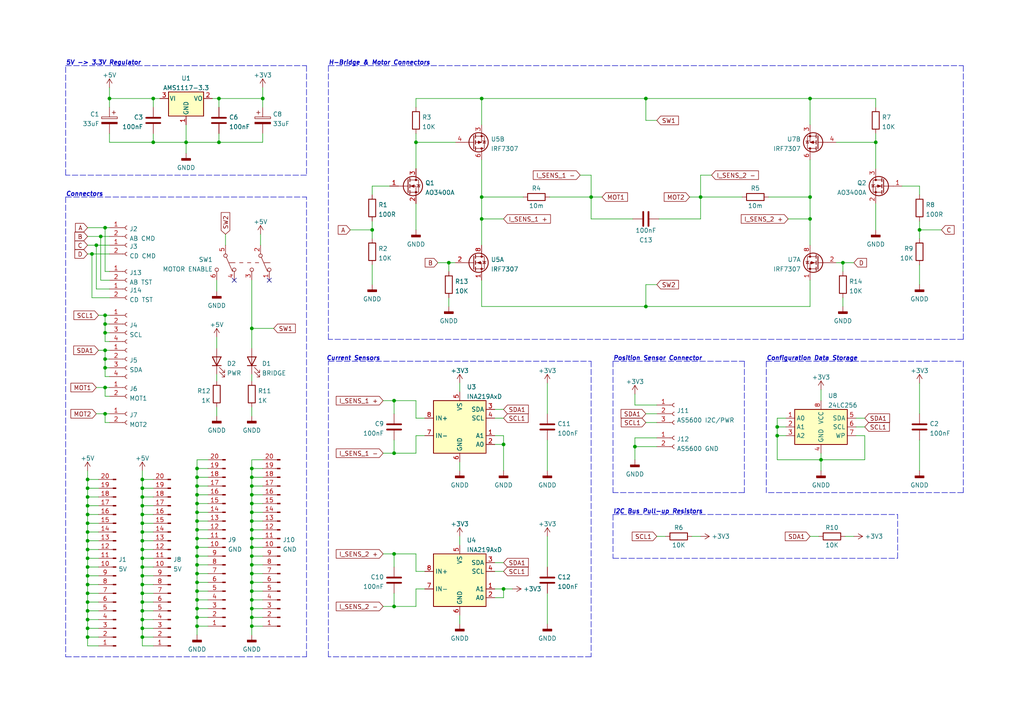
<source format=kicad_sch>
(kicad_sch (version 20211123) (generator eeschema)
  (paper "A4")
  (title_block (title "Smart Servo Control Board") (date "2023-12-09") (rev "1") (company "Phil's Robotics"))
  (junction (at 30.48 120.015))
  (junction (at 41.275 154.305))
  (junction (at 73.025 156.21))
  (junction (at 107.95 66.675))
  (junction (at 25.4 174.625))
  (junction (at 25.4 151.765))
  (junction (at 41.275 144.145))
  (junction (at 63.5 28.575))
  (junction (at 73.025 171.45))
  (junction (at 73.025 163.83))
  (junction (at 57.15 146.05))
  (junction (at 146.05 170.815))
  (junction (at 63.5 41.275))
  (junction (at 73.025 158.75))
  (junction (at 25.4 167.005))
  (junction (at 31.75 28.575))
  (junction (at 25.4 177.165))
  (junction (at 171.45 57.15))
  (junction (at 57.15 176.53))
  (junction (at 41.275 169.545))
  (junction (at 30.48 112.395))
  (junction (at 41.275 141.605))
  (junction (at 73.025 140.97))
  (junction (at 30.48 91.44))
  (junction (at 234.95 28.575))
  (junction (at 30.48 101.6))
  (junction (at 73.025 166.37))
  (junction (at 41.275 146.685))
  (junction (at 53.975 41.275))
  (junction (at 25.4 149.225))
  (junction (at 184.15 129.54))
  (junction (at 44.45 28.575))
  (junction (at 41.275 139.065))
  (junction (at 225.425 126.365))
  (junction (at 57.15 143.51))
  (junction (at 187.325 28.575))
  (junction (at 25.4 161.925))
  (junction (at 73.025 148.59))
  (junction (at 25.4 169.545))
  (junction (at 57.15 179.07))
  (junction (at 30.48 66.04))
  (junction (at 114.3 116.205))
  (junction (at 57.15 138.43))
  (junction (at 41.275 164.465))
  (junction (at 73.025 146.05))
  (junction (at 29.21 68.58))
  (junction (at 225.425 123.825))
  (junction (at 30.48 93.98))
  (junction (at 41.275 182.245))
  (junction (at 41.275 151.765))
  (junction (at 114.3 175.895))
  (junction (at 238.125 133.35))
  (junction (at 41.275 184.785))
  (junction (at 25.4 182.245))
  (junction (at 57.15 166.37))
  (junction (at 25.4 154.305))
  (junction (at 30.48 106.68))
  (junction (at 25.4 159.385))
  (junction (at 73.025 95.25))
  (junction (at 266.7 66.675))
  (junction (at 139.7 28.575))
  (junction (at 73.025 173.99))
  (junction (at 25.4 172.085))
  (junction (at 41.275 159.385))
  (junction (at 25.4 184.785))
  (junction (at 146.05 128.905))
  (junction (at 57.15 181.61))
  (junction (at 41.275 149.225))
  (junction (at 41.275 174.625))
  (junction (at 25.4 139.065))
  (junction (at 234.95 57.15))
  (junction (at 73.025 135.89))
  (junction (at 203.2 57.15))
  (junction (at 57.15 163.83))
  (junction (at 57.15 135.89))
  (junction (at 25.4 141.605))
  (junction (at 41.275 161.925))
  (junction (at 44.45 41.275))
  (junction (at 57.15 168.91))
  (junction (at 27.94 71.12))
  (junction (at 41.275 172.085))
  (junction (at 25.4 146.685))
  (junction (at 30.48 96.52))
  (junction (at 26.67 73.66))
  (junction (at 76.2 28.575))
  (junction (at 73.025 179.07))
  (junction (at 114.3 131.445))
  (junction (at 57.15 151.13))
  (junction (at 130.175 76.2))
  (junction (at 25.4 179.705))
  (junction (at 187.325 88.9))
  (junction (at 234.95 63.5))
  (junction (at 30.48 104.14))
  (junction (at 244.475 76.2))
  (junction (at 25.4 164.465))
  (junction (at 73.025 138.43))
  (junction (at 57.15 161.29))
  (junction (at 139.7 57.15))
  (junction (at 120.65 41.275))
  (junction (at 57.15 171.45))
  (junction (at 57.15 173.99))
  (junction (at 114.3 160.655))
  (junction (at 57.15 156.21))
  (junction (at 57.15 153.67))
  (junction (at 139.7 63.5))
  (junction (at 41.275 167.005))
  (junction (at 73.025 143.51))
  (junction (at 57.15 158.75))
  (junction (at 73.025 168.91))
  (junction (at 73.025 181.61))
  (junction (at 73.025 176.53))
  (junction (at 254 41.275))
  (junction (at 41.275 156.845))
  (junction (at 41.275 177.165))
  (junction (at 57.15 148.59))
  (junction (at 57.15 140.97))
  (junction (at 41.275 179.705))
  (junction (at 73.025 151.13))
  (junction (at 73.025 161.29))
  (junction (at 25.4 156.845))
  (junction (at 73.025 153.67))
  (junction (at 25.4 144.145))
  (no_connect (at 67.945 81.28))
  (no_connect (at 78.105 81.28))
  (wire (pts (xy 30.48 66.04) (xy 30.48 78.74)))
  (wire (pts (xy 187.325 88.9) (xy 234.95 88.9)))
  (wire (pts (xy 62.865 81.28) (xy 62.865 84.455)))
  (wire (pts (xy 25.4 172.085) (xy 28.575 172.085)))
  (wire (pts (xy 25.4 177.165) (xy 25.4 179.705)))
  (wire (pts (xy 111.125 175.895) (xy 114.3 175.895)))
  (wire (pts (xy 25.4 167.005) (xy 25.4 169.545)))
  (wire (pts (xy 73.025 166.37) (xy 73.025 168.91)))
  (wire (pts (xy 158.75 172.085) (xy 158.75 180.975)))
  (wire (pts (xy 25.4 174.625) (xy 28.575 174.625)))
  (wire (pts (xy 133.35 111.125) (xy 133.35 113.665)))
  (wire (pts (xy 73.025 135.89) (xy 73.025 138.43)))
  (wire (pts (xy 41.275 184.785) (xy 44.45 184.785)))
  (wire (pts (xy 25.4 179.705) (xy 25.4 182.245)))
  (polyline (pts (xy 95.25 19.05) (xy 95.25 98.425)))
  (wire (pts (xy 57.15 173.99) (xy 60.325 173.99)))
  (wire (pts (xy 53.975 41.275) (xy 53.975 36.195)))
  (wire (pts (xy 143.51 170.815) (xy 146.05 170.815)))
  (wire (pts (xy 25.4 154.305) (xy 25.4 151.765)))
  (wire (pts (xy 73.025 171.45) (xy 73.025 173.99)))
  (wire (pts (xy 57.15 158.75) (xy 57.15 161.29)))
  (wire (pts (xy 225.425 126.365) (xy 225.425 133.35)))
  (wire (pts (xy 41.275 161.925) (xy 41.275 164.465)))
  (wire (pts (xy 28.575 101.6) (xy 30.48 101.6)))
  (wire (pts (xy 57.15 158.75) (xy 60.325 158.75)))
  (wire (pts (xy 143.51 128.905) (xy 146.05 128.905)))
  (wire (pts (xy 41.275 159.385) (xy 44.45 159.385)))
  (wire (pts (xy 41.275 167.005) (xy 44.45 167.005)))
  (wire (pts (xy 28.575 141.605) (xy 25.4 141.605)))
  (wire (pts (xy 25.4 177.165) (xy 28.575 177.165)))
  (wire (pts (xy 73.025 176.53) (xy 76.2 176.53)))
  (wire (pts (xy 25.4 164.465) (xy 25.4 167.005)))
  (wire (pts (xy 114.3 116.205) (xy 120.65 116.205)))
  (wire (pts (xy 73.025 173.99) (xy 73.025 176.53)))
  (wire (pts (xy 133.35 155.575) (xy 133.35 158.115)))
  (wire (pts (xy 41.275 169.545) (xy 41.275 172.085)))
  (wire (pts (xy 62.865 97.79) (xy 62.865 100.965)))
  (wire (pts (xy 76.2 31.115) (xy 76.2 28.575)))
  (wire (pts (xy 63.5 41.275) (xy 76.2 41.275)))
  (wire (pts (xy 25.4 68.58) (xy 29.21 68.58)))
  (wire (pts (xy 114.3 160.655) (xy 114.3 164.465)))
  (wire (pts (xy 41.275 154.305) (xy 41.275 156.845)))
  (wire (pts (xy 120.65 41.275) (xy 132.08 41.275)))
  (polyline (pts (xy 215.9 104.775) (xy 215.9 142.875)))
  (wire (pts (xy 73.025 163.83) (xy 73.025 166.37)))
  (wire (pts (xy 120.65 28.575) (xy 139.7 28.575)))
  (wire (pts (xy 187.325 28.575) (xy 234.95 28.575)))
  (wire (pts (xy 30.48 106.68) (xy 30.48 109.22)))
  (wire (pts (xy 41.275 141.605) (xy 41.275 144.145)))
  (wire (pts (xy 111.125 116.205) (xy 114.3 116.205)))
  (wire (pts (xy 41.275 136.525) (xy 41.275 139.065)))
  (wire (pts (xy 41.275 154.305) (xy 44.45 154.305)))
  (wire (pts (xy 73.025 108.585) (xy 73.025 110.49)))
  (wire (pts (xy 29.21 68.58) (xy 31.75 68.58)))
  (wire (pts (xy 238.125 131.445) (xy 238.125 133.35)))
  (wire (pts (xy 57.15 176.53) (xy 57.15 179.07)))
  (wire (pts (xy 25.4 141.605) (xy 25.4 139.065)))
  (wire (pts (xy 184.15 114.3) (xy 184.15 117.475)))
  (wire (pts (xy 27.94 112.395) (xy 30.48 112.395)))
  (wire (pts (xy 41.275 177.165) (xy 44.45 177.165)))
  (wire (pts (xy 225.425 126.365) (xy 227.965 126.365)))
  (wire (pts (xy 130.175 76.2) (xy 132.08 76.2)))
  (wire (pts (xy 41.275 156.845) (xy 41.275 159.385)))
  (wire (pts (xy 41.275 187.325) (xy 44.45 187.325)))
  (wire (pts (xy 171.45 57.15) (xy 174.625 57.15)))
  (wire (pts (xy 184.15 117.475) (xy 190.5 117.475)))
  (wire (pts (xy 111.125 160.655) (xy 114.3 160.655)))
  (wire (pts (xy 25.4 184.785) (xy 25.4 187.325)))
  (wire (pts (xy 28.575 159.385) (xy 25.4 159.385)))
  (wire (pts (xy 191.135 63.5) (xy 203.2 63.5)))
  (wire (pts (xy 73.025 143.51) (xy 76.2 143.51)))
  (wire (pts (xy 31.75 28.575) (xy 44.45 28.575)))
  (wire (pts (xy 114.3 172.085) (xy 114.3 175.895)))
  (wire (pts (xy 73.025 179.07) (xy 73.025 181.61)))
  (wire (pts (xy 27.94 83.82) (xy 27.94 71.12)))
  (wire (pts (xy 133.35 133.985) (xy 133.35 136.525)))
  (wire (pts (xy 130.175 76.2) (xy 130.175 78.74)))
  (wire (pts (xy 168.275 50.8) (xy 171.45 50.8)))
  (wire (pts (xy 73.025 140.97) (xy 73.025 143.51)))
  (wire (pts (xy 158.75 111.125) (xy 158.75 120.015)))
  (wire (pts (xy 57.15 168.91) (xy 60.325 168.91)))
  (wire (pts (xy 25.4 161.925) (xy 28.575 161.925)))
  (wire (pts (xy 234.95 63.5) (xy 234.95 71.12)))
  (wire (pts (xy 200.025 57.15) (xy 203.2 57.15)))
  (wire (pts (xy 266.7 64.135) (xy 266.7 66.675)))
  (wire (pts (xy 41.275 184.785) (xy 41.275 187.325)))
  (wire (pts (xy 73.025 161.29) (xy 76.2 161.29)))
  (wire (pts (xy 183.515 63.5) (xy 171.45 63.5)))
  (wire (pts (xy 190.5 82.55) (xy 187.325 82.55)))
  (wire (pts (xy 73.025 168.91) (xy 76.2 168.91)))
  (wire (pts (xy 57.15 133.35) (xy 57.15 135.89)))
  (wire (pts (xy 44.45 28.575) (xy 46.355 28.575)))
  (wire (pts (xy 28.575 144.145) (xy 25.4 144.145)))
  (wire (pts (xy 107.95 53.975) (xy 113.03 53.975)))
  (wire (pts (xy 44.45 38.735) (xy 44.45 41.275)))
  (wire (pts (xy 190.5 34.925) (xy 187.325 34.925)))
  (wire (pts (xy 200.66 155.575) (xy 203.2 155.575)))
  (polyline (pts (xy 95.25 104.775) (xy 171.45 104.775)))
  (wire (pts (xy 25.4 141.605) (xy 25.4 144.145)))
  (wire (pts (xy 225.425 123.825) (xy 227.965 123.825)))
  (wire (pts (xy 184.15 129.54) (xy 190.5 129.54)))
  (wire (pts (xy 41.275 146.685) (xy 44.45 146.685)))
  (wire (pts (xy 57.15 140.97) (xy 57.15 143.51)))
  (wire (pts (xy 244.475 76.2) (xy 247.65 76.2)))
  (wire (pts (xy 57.15 156.21) (xy 57.15 158.75)))
  (wire (pts (xy 228.6 63.5) (xy 234.95 63.5)))
  (wire (pts (xy 41.275 182.245) (xy 44.45 182.245)))
  (wire (pts (xy 139.7 63.5) (xy 139.7 57.15)))
  (wire (pts (xy 139.7 88.9) (xy 187.325 88.9)))
  (wire (pts (xy 25.4 161.925) (xy 25.4 164.465)))
  (wire (pts (xy 28.575 91.44) (xy 30.48 91.44)))
  (wire (pts (xy 187.325 120.015) (xy 190.5 120.015)))
  (wire (pts (xy 57.15 156.21) (xy 60.325 156.21)))
  (wire (pts (xy 29.21 81.28) (xy 29.21 68.58)))
  (wire (pts (xy 57.15 179.07) (xy 60.325 179.07)))
  (wire (pts (xy 266.7 111.125) (xy 266.7 120.015)))
  (wire (pts (xy 254 59.055) (xy 254 66.675)))
  (wire (pts (xy 44.45 41.275) (xy 53.975 41.275)))
  (wire (pts (xy 234.95 155.575) (xy 237.49 155.575)))
  (wire (pts (xy 30.48 93.98) (xy 31.75 93.98)))
  (wire (pts (xy 73.025 156.21) (xy 73.025 158.75)))
  (wire (pts (xy 120.65 116.205) (xy 120.65 121.285)))
  (wire (pts (xy 266.7 76.835) (xy 266.7 82.55)))
  (wire (pts (xy 41.275 141.605) (xy 44.45 141.605)))
  (wire (pts (xy 203.2 57.15) (xy 203.2 63.5)))
  (wire (pts (xy 73.025 158.75) (xy 76.2 158.75)))
  (wire (pts (xy 266.7 66.675) (xy 266.7 69.215)))
  (wire (pts (xy 234.95 28.575) (xy 254 28.575)))
  (wire (pts (xy 73.025 118.11) (xy 73.025 120.65)))
  (wire (pts (xy 30.48 93.98) (xy 30.48 91.44)))
  (wire (pts (xy 41.275 159.385) (xy 41.275 161.925)))
  (wire (pts (xy 62.865 118.11) (xy 62.865 120.65)))
  (wire (pts (xy 76.2 38.735) (xy 76.2 41.275)))
  (wire (pts (xy 146.05 170.815) (xy 148.59 170.815)))
  (wire (pts (xy 73.025 81.28) (xy 73.025 95.25)))
  (wire (pts (xy 245.11 155.575) (xy 247.65 155.575)))
  (wire (pts (xy 41.275 172.085) (xy 44.45 172.085)))
  (wire (pts (xy 143.51 126.365) (xy 146.05 126.365)))
  (wire (pts (xy 31.75 41.275) (xy 44.45 41.275)))
  (wire (pts (xy 73.025 171.45) (xy 76.2 171.45)))
  (wire (pts (xy 30.48 91.44) (xy 31.75 91.44)))
  (wire (pts (xy 30.48 99.06) (xy 30.48 96.52)))
  (wire (pts (xy 73.025 138.43) (xy 76.2 138.43)))
  (wire (pts (xy 120.65 59.055) (xy 120.65 66.675)))
  (wire (pts (xy 41.275 167.005) (xy 41.275 169.545)))
  (wire (pts (xy 25.4 182.245) (xy 25.4 184.785)))
  (wire (pts (xy 73.025 135.89) (xy 76.2 135.89)))
  (wire (pts (xy 261.62 53.975) (xy 266.7 53.975)))
  (wire (pts (xy 31.75 99.06) (xy 30.48 99.06)))
  (wire (pts (xy 41.275 179.705) (xy 44.45 179.705)))
  (wire (pts (xy 73.025 168.91) (xy 73.025 171.45)))
  (wire (pts (xy 63.5 38.735) (xy 63.5 41.275)))
  (wire (pts (xy 244.475 76.2) (xy 244.475 78.74)))
  (polyline (pts (xy 171.45 104.775) (xy 171.45 190.5)))
  (wire (pts (xy 242.57 76.2) (xy 244.475 76.2)))
  (wire (pts (xy 143.51 165.735) (xy 146.05 165.735)))
  (wire (pts (xy 73.025 153.67) (xy 76.2 153.67)))
  (polyline (pts (xy 279.4 142.875) (xy 222.25 142.875)))
  (wire (pts (xy 120.65 126.365) (xy 123.19 126.365)))
  (wire (pts (xy 143.51 173.355) (xy 146.05 173.355)))
  (wire (pts (xy 114.3 116.205) (xy 114.3 120.015)))
  (wire (pts (xy 31.75 109.22) (xy 30.48 109.22)))
  (polyline (pts (xy 177.8 149.225) (xy 260.35 149.225)))
  (polyline (pts (xy 177.8 149.225) (xy 177.8 161.925)))
  (wire (pts (xy 41.275 177.165) (xy 41.275 179.705)))
  (wire (pts (xy 44.45 169.545) (xy 41.275 169.545)))
  (wire (pts (xy 234.95 81.28) (xy 234.95 88.9)))
  (wire (pts (xy 41.275 149.225) (xy 44.45 149.225)))
  (wire (pts (xy 254 28.575) (xy 254 31.115)))
  (wire (pts (xy 25.4 66.04) (xy 30.48 66.04)))
  (wire (pts (xy 30.48 114.935) (xy 30.48 112.395)))
  (wire (pts (xy 225.425 133.35) (xy 238.125 133.35)))
  (wire (pts (xy 76.2 163.83) (xy 73.025 163.83)))
  (wire (pts (xy 41.275 151.765) (xy 44.45 151.765)))
  (wire (pts (xy 57.15 179.07) (xy 57.15 181.61)))
  (wire (pts (xy 41.275 174.625) (xy 41.275 177.165)))
  (wire (pts (xy 73.025 95.25) (xy 73.025 100.965)))
  (wire (pts (xy 25.4 139.065) (xy 25.4 136.525)))
  (wire (pts (xy 25.4 73.66) (xy 26.67 73.66)))
  (wire (pts (xy 57.15 181.61) (xy 57.15 184.15)))
  (wire (pts (xy 114.3 131.445) (xy 120.65 131.445)))
  (wire (pts (xy 73.025 148.59) (xy 73.025 151.13)))
  (wire (pts (xy 28.575 146.685) (xy 25.4 146.685)))
  (wire (pts (xy 139.7 57.15) (xy 151.765 57.15)))
  (wire (pts (xy 31.75 83.82) (xy 27.94 83.82)))
  (wire (pts (xy 31.75 96.52) (xy 30.48 96.52)))
  (wire (pts (xy 120.65 160.655) (xy 120.65 165.735)))
  (wire (pts (xy 31.75 25.4) (xy 31.75 28.575)))
  (wire (pts (xy 130.175 86.36) (xy 130.175 88.9)))
  (polyline (pts (xy 19.05 57.15) (xy 19.05 190.5)))
  (wire (pts (xy 41.275 172.085) (xy 41.275 174.625)))
  (wire (pts (xy 120.65 165.735) (xy 123.19 165.735)))
  (wire (pts (xy 57.15 171.45) (xy 60.325 171.45)))
  (wire (pts (xy 73.025 143.51) (xy 73.025 146.05)))
  (wire (pts (xy 28.575 154.305) (xy 25.4 154.305)))
  (wire (pts (xy 120.65 121.285) (xy 123.19 121.285)))
  (wire (pts (xy 73.025 138.43) (xy 73.025 140.97)))
  (wire (pts (xy 203.2 50.8) (xy 203.2 57.15)))
  (wire (pts (xy 158.75 127.635) (xy 158.75 136.525)))
  (wire (pts (xy 27.94 120.015) (xy 30.48 120.015)))
  (wire (pts (xy 111.125 131.445) (xy 114.3 131.445)))
  (polyline (pts (xy 88.9 50.8) (xy 19.05 50.8)))
  (wire (pts (xy 57.15 173.99) (xy 57.15 176.53)))
  (wire (pts (xy 57.15 161.29) (xy 57.15 163.83)))
  (wire (pts (xy 73.025 156.21) (xy 76.2 156.21)))
  (wire (pts (xy 25.4 146.685) (xy 25.4 149.225)))
  (wire (pts (xy 143.51 163.195) (xy 146.05 163.195)))
  (wire (pts (xy 57.15 176.53) (xy 60.325 176.53)))
  (wire (pts (xy 143.51 118.745) (xy 146.05 118.745)))
  (polyline (pts (xy 177.8 104.775) (xy 177.8 142.875)))
  (wire (pts (xy 41.275 149.225) (xy 41.275 151.765)))
  (wire (pts (xy 25.4 146.685) (xy 25.4 144.145)))
  (wire (pts (xy 250.825 126.365) (xy 250.825 133.35)))
  (wire (pts (xy 225.425 123.825) (xy 225.425 126.365)))
  (wire (pts (xy 73.025 151.13) (xy 76.2 151.13)))
  (polyline (pts (xy 19.05 190.5) (xy 88.9 190.5)))
  (wire (pts (xy 31.75 81.28) (xy 29.21 81.28)))
  (wire (pts (xy 107.95 56.515) (xy 107.95 53.975)))
  (polyline (pts (xy 88.9 19.05) (xy 88.9 50.8)))
  (wire (pts (xy 187.325 82.55) (xy 187.325 88.9)))
  (wire (pts (xy 120.65 41.275) (xy 120.65 48.895)))
  (wire (pts (xy 273.05 66.675) (xy 266.7 66.675)))
  (wire (pts (xy 139.7 81.28) (xy 139.7 88.9)))
  (wire (pts (xy 120.65 31.115) (xy 120.65 28.575)))
  (polyline (pts (xy 95.25 19.05) (xy 279.4 19.05)))
  (wire (pts (xy 25.4 182.245) (xy 28.575 182.245)))
  (wire (pts (xy 30.48 66.04) (xy 31.75 66.04)))
  (wire (pts (xy 114.3 160.655) (xy 120.65 160.655)))
  (wire (pts (xy 234.95 46.355) (xy 234.95 57.15)))
  (wire (pts (xy 63.5 28.575) (xy 76.2 28.575)))
  (wire (pts (xy 30.48 96.52) (xy 30.48 93.98)))
  (wire (pts (xy 57.15 153.67) (xy 57.15 156.21)))
  (wire (pts (xy 30.48 122.555) (xy 30.48 120.015)))
  (wire (pts (xy 31.75 31.115) (xy 31.75 28.575)))
  (wire (pts (xy 41.275 156.845) (xy 44.45 156.845)))
  (wire (pts (xy 31.75 38.735) (xy 31.75 41.275)))
  (wire (pts (xy 107.95 66.675) (xy 107.95 69.215)))
  (polyline (pts (xy 279.4 104.775) (xy 279.4 142.875)))
  (wire (pts (xy 65.405 67.945) (xy 65.405 71.12)))
  (wire (pts (xy 31.75 122.555) (xy 30.48 122.555)))
  (wire (pts (xy 57.15 143.51) (xy 57.15 146.05)))
  (wire (pts (xy 41.275 182.245) (xy 41.275 184.785)))
  (wire (pts (xy 57.15 133.35) (xy 60.325 133.35)))
  (wire (pts (xy 25.4 159.385) (xy 25.4 161.925)))
  (wire (pts (xy 26.67 73.66) (xy 31.75 73.66)))
  (wire (pts (xy 248.285 123.825) (xy 250.825 123.825)))
  (polyline (pts (xy 222.25 104.775) (xy 279.4 104.775)))
  (wire (pts (xy 57.15 148.59) (xy 57.15 151.13)))
  (wire (pts (xy 31.75 86.36) (xy 26.67 86.36)))
  (wire (pts (xy 30.48 104.14) (xy 30.48 101.6)))
  (wire (pts (xy 73.025 133.35) (xy 73.025 135.89)))
  (wire (pts (xy 28.575 139.065) (xy 25.4 139.065)))
  (wire (pts (xy 120.65 38.735) (xy 120.65 41.275)))
  (wire (pts (xy 57.15 135.89) (xy 60.325 135.89)))
  (wire (pts (xy 63.5 31.115) (xy 63.5 28.575)))
  (wire (pts (xy 27.94 71.12) (xy 31.75 71.12)))
  (wire (pts (xy 73.025 181.61) (xy 76.2 181.61)))
  (wire (pts (xy 139.7 28.575) (xy 187.325 28.575)))
  (wire (pts (xy 248.285 126.365) (xy 250.825 126.365)))
  (wire (pts (xy 146.05 173.355) (xy 146.05 170.815)))
  (wire (pts (xy 25.4 167.005) (xy 28.575 167.005)))
  (polyline (pts (xy 177.8 161.925) (xy 260.35 161.925)))
  (wire (pts (xy 73.025 176.53) (xy 73.025 179.07)))
  (wire (pts (xy 238.125 133.35) (xy 238.125 136.525)))
  (wire (pts (xy 57.15 135.89) (xy 57.15 138.43)))
  (wire (pts (xy 139.7 63.5) (xy 139.7 71.12)))
  (wire (pts (xy 31.75 78.74) (xy 30.48 78.74)))
  (wire (pts (xy 41.275 144.145) (xy 41.275 146.685)))
  (wire (pts (xy 30.48 120.015) (xy 31.75 120.015)))
  (polyline (pts (xy 177.8 104.775) (xy 215.9 104.775)))
  (wire (pts (xy 114.3 127.635) (xy 114.3 131.445)))
  (wire (pts (xy 25.4 174.625) (xy 25.4 177.165)))
  (wire (pts (xy 57.15 146.05) (xy 60.325 146.05)))
  (wire (pts (xy 28.575 151.765) (xy 25.4 151.765)))
  (wire (pts (xy 187.325 122.555) (xy 190.5 122.555)))
  (wire (pts (xy 41.275 144.145) (xy 44.45 144.145)))
  (wire (pts (xy 254 41.275) (xy 254 48.895)))
  (wire (pts (xy 107.95 64.135) (xy 107.95 66.675)))
  (wire (pts (xy 139.7 46.355) (xy 139.7 57.15)))
  (wire (pts (xy 57.15 166.37) (xy 60.325 166.37)))
  (wire (pts (xy 73.025 151.13) (xy 73.025 153.67)))
  (wire (pts (xy 73.025 146.05) (xy 73.025 148.59)))
  (wire (pts (xy 73.025 140.97) (xy 76.2 140.97)))
  (wire (pts (xy 248.285 121.285) (xy 250.825 121.285)))
  (wire (pts (xy 57.15 143.51) (xy 60.325 143.51)))
  (wire (pts (xy 146.05 126.365) (xy 146.05 128.905)))
  (wire (pts (xy 244.475 86.36) (xy 244.475 88.9)))
  (wire (pts (xy 25.4 151.765) (xy 25.4 149.225)))
  (polyline (pts (xy 222.25 104.775) (xy 222.25 142.875)))
  (wire (pts (xy 30.48 106.68) (xy 31.75 106.68)))
  (wire (pts (xy 171.45 57.15) (xy 171.45 50.8)))
  (wire (pts (xy 206.375 50.8) (xy 203.2 50.8)))
  (wire (pts (xy 44.45 31.115) (xy 44.45 28.575)))
  (wire (pts (xy 120.65 175.895) (xy 120.65 170.815)))
  (wire (pts (xy 28.575 156.845) (xy 25.4 156.845)))
  (wire (pts (xy 114.3 175.895) (xy 120.65 175.895)))
  (polyline (pts (xy 260.35 161.925) (xy 260.35 149.225)))
  (wire (pts (xy 25.4 156.845) (xy 25.4 159.385)))
  (wire (pts (xy 76.2 25.4) (xy 76.2 28.575)))
  (wire (pts (xy 57.15 138.43) (xy 57.15 140.97)))
  (wire (pts (xy 127 76.2) (xy 130.175 76.2)))
  (wire (pts (xy 28.575 187.325) (xy 25.4 187.325)))
  (wire (pts (xy 25.4 172.085) (xy 25.4 174.625)))
  (wire (pts (xy 28.575 149.225) (xy 25.4 149.225)))
  (wire (pts (xy 30.48 101.6) (xy 31.75 101.6)))
  (wire (pts (xy 238.125 133.35) (xy 250.825 133.35)))
  (wire (pts (xy 41.275 174.625) (xy 44.45 174.625)))
  (wire (pts (xy 73.025 153.67) (xy 73.025 156.21)))
  (wire (pts (xy 41.275 179.705) (xy 41.275 182.245)))
  (wire (pts (xy 57.15 140.97) (xy 60.325 140.97)))
  (wire (pts (xy 53.975 41.275) (xy 63.5 41.275)))
  (wire (pts (xy 31.75 114.935) (xy 30.48 114.935)))
  (wire (pts (xy 159.385 57.15) (xy 171.45 57.15)))
  (polyline (pts (xy 279.4 98.425) (xy 95.25 98.425)))
  (wire (pts (xy 41.275 139.065) (xy 44.45 139.065)))
  (wire (pts (xy 73.025 161.29) (xy 73.025 163.83)))
  (polyline (pts (xy 215.9 142.875) (xy 177.8 142.875)))
  (polyline (pts (xy 279.4 19.05) (xy 279.4 98.425)))
  (polyline (pts (xy 171.45 190.5) (xy 95.25 190.5)))
  (wire (pts (xy 62.865 108.585) (xy 62.865 110.49)))
  (wire (pts (xy 254 41.275) (xy 254 38.735)))
  (wire (pts (xy 203.2 57.15) (xy 215.265 57.15)))
  (wire (pts (xy 25.4 169.545) (xy 25.4 172.085)))
  (wire (pts (xy 41.275 146.685) (xy 41.275 149.225)))
  (polyline (pts (xy 88.9 190.5) (xy 88.9 57.15)))
  (wire (pts (xy 73.025 146.05) (xy 76.2 146.05)))
  (wire (pts (xy 73.025 173.99) (xy 76.2 173.99)))
  (wire (pts (xy 79.375 95.25) (xy 73.025 95.25)))
  (wire (pts (xy 57.15 168.91) (xy 57.15 171.45)))
  (wire (pts (xy 57.15 163.83) (xy 57.15 166.37)))
  (wire (pts (xy 133.35 178.435) (xy 133.35 180.975)))
  (wire (pts (xy 57.15 153.67) (xy 60.325 153.67)))
  (wire (pts (xy 184.15 127) (xy 190.5 127)))
  (wire (pts (xy 25.4 179.705) (xy 28.575 179.705)))
  (wire (pts (xy 190.5 155.575) (xy 193.04 155.575)))
  (wire (pts (xy 57.15 151.13) (xy 60.325 151.13)))
  (wire (pts (xy 184.15 129.54) (xy 184.15 133.35)))
  (wire (pts (xy 266.7 56.515) (xy 266.7 53.975)))
  (wire (pts (xy 25.4 169.545) (xy 28.575 169.545)))
  (wire (pts (xy 171.45 63.5) (xy 171.45 57.15)))
  (wire (pts (xy 53.975 41.275) (xy 53.975 44.45)))
  (wire (pts (xy 187.325 34.925) (xy 187.325 28.575)))
  (wire (pts (xy 146.05 63.5) (xy 139.7 63.5)))
  (wire (pts (xy 238.125 113.03) (xy 238.125 116.205)))
  (wire (pts (xy 225.425 121.285) (xy 225.425 123.825)))
  (wire (pts (xy 101.6 66.675) (xy 107.95 66.675)))
  (polyline (pts (xy 95.25 190.5) (xy 95.25 104.775)))
  (wire (pts (xy 234.95 28.575) (xy 234.95 36.195)))
  (wire (pts (xy 120.65 170.815) (xy 123.19 170.815)))
  (wire (pts (xy 57.15 181.61) (xy 60.325 181.61)))
  (polyline (pts (xy 19.05 57.15) (xy 88.9 57.15)))
  (wire (pts (xy 26.67 86.36) (xy 26.67 73.66)))
  (wire (pts (xy 266.7 127.635) (xy 266.7 136.525)))
  (wire (pts (xy 73.025 179.07) (xy 76.2 179.07)))
  (wire (pts (xy 41.275 164.465) (xy 44.45 164.465)))
  (wire (pts (xy 30.48 112.395) (xy 31.75 112.395)))
  (wire (pts (xy 73.025 133.35) (xy 76.2 133.35)))
  (wire (pts (xy 25.4 184.785) (xy 28.575 184.785)))
  (wire (pts (xy 234.95 63.5) (xy 234.95 57.15)))
  (wire (pts (xy 41.275 164.465) (xy 41.275 167.005)))
  (wire (pts (xy 57.15 146.05) (xy 57.15 148.59)))
  (wire (pts (xy 222.885 57.15) (xy 234.95 57.15)))
  (wire (pts (xy 73.025 181.61) (xy 73.025 184.15)))
  (wire (pts (xy 146.05 128.905) (xy 146.05 136.525)))
  (wire (pts (xy 30.48 106.68) (xy 30.48 104.14)))
  (wire (pts (xy 75.565 67.945) (xy 75.565 71.12)))
  (wire (pts (xy 143.51 121.285) (xy 146.05 121.285)))
  (wire (pts (xy 73.025 166.37) (xy 76.2 166.37)))
  (wire (pts (xy 57.15 171.45) (xy 57.15 173.99)))
  (wire (pts (xy 139.7 28.575) (xy 139.7 36.195)))
  (wire (pts (xy 57.15 148.59) (xy 60.325 148.59)))
  (wire (pts (xy 60.325 163.83) (xy 57.15 163.83)))
  (wire (pts (xy 107.95 76.835) (xy 107.95 82.55)))
  (wire (pts (xy 25.4 71.12) (xy 27.94 71.12)))
  (wire (pts (xy 25.4 164.465) (xy 28.575 164.465)))
  (wire (pts (xy 73.025 158.75) (xy 73.025 161.29)))
  (wire (pts (xy 25.4 154.305) (xy 25.4 156.845)))
  (wire (pts (xy 73.025 148.59) (xy 76.2 148.59)))
  (polyline (pts (xy 19.05 19.05) (xy 88.9 19.05)))
  (wire (pts (xy 57.15 151.13) (xy 57.15 153.67)))
  (wire (pts (xy 41.275 161.925) (xy 44.45 161.925)))
  (wire (pts (xy 61.595 28.575) (xy 63.5 28.575)))
  (wire (pts (xy 31.75 104.14) (xy 30.48 104.14)))
  (wire (pts (xy 57.15 138.43) (xy 60.325 138.43)))
  (wire (pts (xy 41.275 139.065) (xy 41.275 141.605)))
  (wire (pts (xy 57.15 161.29) (xy 60.325 161.29)))
  (polyline (pts (xy 19.05 50.8) (xy 19.05 19.05)))
  (wire (pts (xy 227.965 121.285) (xy 225.425 121.285)))
  (wire (pts (xy 242.57 41.275) (xy 254 41.275)))
  (wire (pts (xy 184.15 129.54) (xy 184.15 127)))
  (wire (pts (xy 41.275 151.765) (xy 41.275 154.305)))
  (wire (pts (xy 158.75 155.575) (xy 158.75 164.465)))
  (wire (pts (xy 120.65 131.445) (xy 120.65 126.365)))
  (wire (pts (xy 57.15 166.37) (xy 57.15 168.91)))
  (text "Configuration Data Storage" (at 222.25 104.775 0) (effects (font (size 1.27 1.27) bold italic) (justify left bottom)))
  (text "Position Sensor Connector\n" (at 177.8 104.775 0) (effects (font (size 1.27 1.27) bold italic) (justify left bottom)))
  (text "I2C Bus Pull-up Resistors" (at 177.8 149.225 0) (effects (font (size 1.27 1.27) bold italic) (justify left bottom)))
  (text "H-Bridge & Motor Connectors\n" (at 95.25 19.05 0) (effects (font (size 1.27 1.27) bold italic) (justify left bottom)))
  (text "5V -> 3.3V Regulator" (at 19.05 19.05 0) (effects (font (size 1.27 1.27) (thickness 0.254) bold italic) (justify left bottom)))
  (text "Current Sensors" (at 94.615 104.775 0) (effects (font (size 1.27 1.27) bold italic) (justify left bottom)))
  (text "Connectors" (at 19.05 57.15 0) (effects (font (size 1.27 1.27) bold italic) (justify left bottom)))
  (global_label "SDA1" (shape input) (at 187.325 120.015 180) (property "Intersheet References" "${INTERSHEET_REFS}" (effects hide)))
  (global_label "SCL1" (shape input) (at 28.575 91.44 180) (property "Intersheet References" "${INTERSHEET_REFS}" (effects hide)))
  (global_label "MOT2" (shape input) (at 200.025 57.15 180) (property "Intersheet References" "${INTERSHEET_REFS}" (effects hide)))
  (global_label "SCL1" (shape input) (at 146.05 121.285 0) (property "Intersheet References" "${INTERSHEET_REFS}" (effects hide)))
  (global_label "SDA1" (shape input) (at 234.95 155.575 180) (property "Intersheet References" "${INTERSHEET_REFS}" (effects hide)))
  (global_label "C" (shape input) (at 25.4 71.12 180) (property "Intersheet References" "${INTERSHEET_REFS}" (effects hide)))
  (global_label "SCL1" (shape input) (at 187.325 122.555 180) (property "Intersheet References" "${INTERSHEET_REFS}" (effects hide)))
  (global_label "I_SENS_1 +" (shape input) (at 146.05 63.5 0) (property "Intersheet References" "${INTERSHEET_REFS}" (effects hide)))
  (global_label "SW2" (shape input) (at 190.5 82.55 0) (property "Intersheet References" "${INTERSHEET_REFS}" (effects hide)))
  (global_label "D" (shape input) (at 247.65 76.2 0) (property "Intersheet References" "${INTERSHEET_REFS}" (effects hide)))
  (global_label "D" (shape input) (at 25.4 73.66 180) (property "Intersheet References" "${INTERSHEET_REFS}" (effects hide)))
  (global_label "SCL1" (shape input) (at 146.05 165.735 0) (property "Intersheet References" "${INTERSHEET_REFS}" (effects hide)))
  (global_label "I_SENS_2 +" (shape input) (at 111.125 160.655 180) (property "Intersheet References" "${INTERSHEET_REFS}" (effects hide)))
  (global_label "C" (shape input) (at 273.05 66.675 0) (property "Intersheet References" "${INTERSHEET_REFS}" (effects hide)))
  (global_label "MOT1" (shape input) (at 27.94 112.395 180) (property "Intersheet References" "${INTERSHEET_REFS}" (effects hide)))
  (global_label "MOT2" (shape input) (at 27.94 120.015 180) (property "Intersheet References" "${INTERSHEET_REFS}" (effects hide)))
  (global_label "I_SENS_2 -" (shape input) (at 111.125 175.895 180) (property "Intersheet References" "${INTERSHEET_REFS}" (effects hide)))
  (global_label "A" (shape input) (at 101.6 66.675 180) (property "Intersheet References" "${INTERSHEET_REFS}" (effects hide)))
  (global_label "MOT1" (shape input) (at 174.625 57.15 0) (property "Intersheet References" "${INTERSHEET_REFS}" (effects hide)))
  (global_label "I_SENS_1 +" (shape input) (at 111.125 116.205 180) (property "Intersheet References" "${INTERSHEET_REFS}" (effects hide)))
  (global_label "SW1" (shape input) (at 190.5 34.925 0) (property "Intersheet References" "${INTERSHEET_REFS}" (effects hide)))
  (global_label "SW2" (shape input) (at 65.405 67.945 90) (property "Intersheet References" "${INTERSHEET_REFS}" (effects hide)))
  (global_label "B" (shape input) (at 127 76.2 180) (property "Intersheet References" "${INTERSHEET_REFS}" (effects hide)))
  (global_label "SCL1" (shape input) (at 190.5 155.575 180) (property "Intersheet References" "${INTERSHEET_REFS}" (effects hide)))
  (global_label "I_SENS_2 -" (shape input) (at 206.375 50.8 0) (property "Intersheet References" "${INTERSHEET_REFS}" (effects hide)))
  (global_label "SCL1" (shape input) (at 250.825 123.825 0) (property "Intersheet References" "${INTERSHEET_REFS}" (effects hide)))
  (global_label "I_SENS_2 +" (shape input) (at 228.6 63.5 180) (property "Intersheet References" "${INTERSHEET_REFS}" (effects hide)))
  (global_label "SDA1" (shape input) (at 28.575 101.6 180) (property "Intersheet References" "${INTERSHEET_REFS}" (effects hide)))
  (global_label "SDA1" (shape input) (at 146.05 163.195 0) (property "Intersheet References" "${INTERSHEET_REFS}" (effects hide)))
  (global_label "I_SENS_1 -" (shape input) (at 168.275 50.8 180) (property "Intersheet References" "${INTERSHEET_REFS}" (effects hide)))
  (global_label "I_SENS_1 -" (shape input) (at 111.125 131.445 180) (property "Intersheet References" "${INTERSHEET_REFS}" (effects hide)))
  (global_label "SDA1" (shape input) (at 250.825 121.285 0) (property "Intersheet References" "${INTERSHEET_REFS}" (effects hide)))
  (global_label "SW1" (shape input) (at 79.375 95.25 0) (property "Intersheet References" "${INTERSHEET_REFS}" (effects hide)))
  (global_label "B" (shape input) (at 25.4 68.58 180) (property "Intersheet References" "${INTERSHEET_REFS}" (effects hide)))
  (global_label "A" (shape input) (at 25.4 66.04 180) (property "Intersheet References" "${INTERSHEET_REFS}" (effects hide)))
  (global_label "SDA1" (shape input) (at 146.05 118.745 0) (property "Intersheet References" "${INTERSHEET_REFS}" (effects hide)))
  (symbol (lib_id "power:GNDD") (at 133.35 180.975 0) (unit 1)
    (property "Reference" "#PWR0117" (effects hide))
    (property "Value" "GNDD" (at 133.35 185.1565 0))
  )
  (symbol (lib_id "power:GNDD") (at 254 66.675 0) (unit 1)
    (property "Reference" "#PWR0108" (effects hide))
    (property "Value" "GNDD" (at 254 70.8565 0))
  )
  (symbol (lib_id "power:+3.3V") (at 76.2 25.4 0) (unit 1)
    (property "Reference" "#PWR0126" (effects hide))
    (property "Value" "+3.3V" (at 76.2 21.7955 0))
  )
  (symbol (lib_id "power:GNDD") (at 53.975 44.45 0) (unit 1)
    (property "Reference" "#PWR0125" (effects hide))
    (property "Value" "GNDD" (at 53.975 48.6315 0))
  )
  (symbol (lib_id "power:GNDD") (at 238.125 136.525 0) (mirror y) (unit 1)
    (property "Reference" "#PWR0129" (effects hide))
    (property "Value" "GNDD" (at 238.125 140.7065 0))
  )
  (symbol (lib_id "Device:R") (at 254 34.925 0) (unit 1)
    (property "Reference" "R7" (at 255.778 34.0165 0) (effects (justify left)))
    (property "Value" "10K" (at 255.778 36.7916 0) (effects (justify left)))
    (property "Footprint" "Resistor_SMD:R_1206_3216Metric_Pad1.30x1.75mm_HandSolder" (effects hide))
  )
  (symbol (lib_id "power:+5V") (at 62.865 97.79 0) (unit 1)
    (property "Reference" "#PWR09" (effects hide))
    (property "Value" "+5V" (at 62.865 94.1855 0))
  )
  (symbol (lib_id "power:+3.3V") (at 158.75 111.125 0) (mirror y) (unit 1)
    (property "Reference" "#PWR0105" (effects hide))
    (property "Value" "+3.3V" (at 158.75 107.5205 0))
  )
  (symbol (lib_id "power:+3.3V") (at 247.65 155.575 270) (unit 1)
    (property "Reference" "#PWR06" (effects hide))
    (property "Value" "+3.3V" (at 250.825 155.575 90) (effects (justify left)))
  )
  (symbol (lib_id "Transistor_FET:AO3400A") (at 118.11 53.975 0) (unit 1)
    (property "Reference" "Q1" (at 123.317 53.0665 0) (effects (justify left)))
    (property "Value" "AO3400A" (at 123.317 55.8416 0) (effects (justify left)))
    (property "Footprint" "Custom Footprints:SOT-23 Breadboard Adapter" (effects hide))
    (property "Datasheet" "http://www.aosmd.com/pdfs/datasheet/AO3400A.pdf" (effects hide))
  )
  (symbol (lib_id "power:+3.3V") (at 133.35 111.125 0) (unit 1)
    (property "Reference" "#PWR0101" (effects hide))
    (property "Value" "+3.3V" (at 133.35 107.5205 0))
  )
  (symbol (lib_id "Device:C") (at 44.45 34.925 0) (mirror y) (unit 1)
    (property "Reference" "C3" (at 41.529 34.0165 0) (effects (justify left)))
    (property "Value" "100nF" (at 41.529 36.7916 0) (effects (justify left)))
    (property "Footprint" "Custom Footprints:C_Disc_P2.54mm" (effects hide))
  )
  (symbol (lib_id "power:+5V") (at 31.75 25.4 0) (unit 1)
    (property "Reference" "#PWR0127" (effects hide))
    (property "Value" "+5V" (at 31.75 21.7955 0))
  )
  (symbol (lib_id "power:GNDD") (at 184.15 133.35 0) (unit 1)
    (property "Reference" "#PWR0110" (effects hide))
    (property "Value" "GNDD" (at 184.15 137.5315 0))
  )
  (symbol (lib_id "Custom:IRF7307") (at 234.95 41.275 180) (unit 2)
    (property "Reference" "U7" (at 232.283 40.3665 0) (effects (justify left)))
    (property "Value" "IRF7307" (at 232.283 43.1416 0) (effects (justify left)))
    (property "Footprint" "Custom Footprints:SOIC-8 Breadboard Adapter" (effects hide))
  )
  (symbol (lib_id "Regulator_Linear:AMS1117-3.3") (at 53.975 28.575 0) (unit 1)
    (property "Reference" "U1" (at 53.975 22.7035 0))
    (property "Value" "AMS1117-3.3" (at 53.975 25.4786 0))
    (property "Footprint" "Package_TO_SOT_SMD:SOT-223-3_TabPin2" (effects hide))
    (property "Datasheet" "http://www.advanced-monolithic.com/pdf/ds1117.pdf" (effects hide))
  )
  (symbol (lib_id "power:GNDD") (at 73.025 184.15 0) (unit 1)
    (property "Reference" "#PWR08" (effects hide))
    (property "Value" "GNDD" (at 73.025 188.3315 0))
  )
  (symbol (lib_id "Connector:Conn_01x02_Female") (at 36.83 112.395 0) (unit 1)
    (property "Reference" "J6" (at 37.5412 112.7565 0) (effects (justify left)))
    (property "Value" "MOT1" (at 37.5412 115.5316 0) (effects (justify left)))
    (property "Footprint" "Connector_PinHeader_2.54mm:PinHeader_1x02_P2.54mm_Vertical" (effects hide))
  )
  (symbol (lib_id "Switch:SW_Push_DPDT") (at 70.485 76.2 270) (unit 1)
    (property "Reference" "SW1" (at 61.7221 75.2915 90) (effects (justify right)))
    (property "Value" "MOTOR ENABLE" (at 61.7221 78.0666 90) (effects (justify right)))
    (property "Footprint" "Custom Footprints:DPDT Pushbutton" (effects hide))
  )
  (symbol (lib_id "Connector:Conn_01x20_Male") (at 49.53 164.465 180) (unit 1)
    (property "Reference" "J8" (at 50.2412 162.2865 0) (effects (justify right)))
    (property "Value" "5V" (at 50.2412 165.0616 0) (effects (justify right)))
    (property "Footprint" "Connector_PinHeader_2.54mm:PinHeader_1x20_P2.54mm_Vertical" (effects hide))
  )
  (symbol (lib_id "Connector:Conn_01x20_Male") (at 33.655 164.465 180) (unit 1)
    (property "Reference" "J1" (at 34.3662 162.2865 0) (effects (justify right)))
    (property "Value" "5V" (at 34.3662 165.0616 0) (effects (justify right)))
    (property "Footprint" "Connector_PinHeader_2.54mm:PinHeader_1x20_P2.54mm_Vertical" (effects hide))
  )
  (symbol (lib_id "Device:C") (at 114.3 123.825 0) (unit 1)
    (property "Reference" "C9" (at 111.379 122.9165 0) (effects (justify right)))
    (property "Value" "100nF" (at 111.379 125.6916 0) (effects (justify right)))
    (property "Footprint" "Custom Footprints:C_Disc_P2.54mm" (effects hide))
  )
  (symbol (lib_id "Device:R") (at 266.7 60.325 0) (mirror y) (unit 1)
    (property "Reference" "R8" (at 268.478 59.4165 0) (effects (justify right)))
    (property "Value" "100R" (at 268.478 62.1916 0) (effects (justify right)))
    (property "Footprint" "Resistor_SMD:R_0603_1608Metric_Pad0.98x0.95mm_HandSolder" (effects hide))
  )
  (symbol (lib_id "power:GNDD") (at 57.15 184.15 0) (unit 1)
    (property "Reference" "#PWR03" (effects hide))
    (property "Value" "GNDD" (at 57.15 188.3315 0))
  )
  (symbol (lib_id "power:+5V") (at 25.4 136.525 0) (unit 1)
    (property "Reference" "#PWR01" (effects hide))
    (property "Value" "+5V" (at 25.4 132.9205 0))
  )
  (symbol (lib_id "Device:R") (at 266.7 73.025 0) (mirror y) (unit 1)
    (property "Reference" "R9" (at 264.922 72.1165 0) (effects (justify left)))
    (property "Value" "10K" (at 264.922 74.8916 0) (effects (justify left)))
    (property "Footprint" "Resistor_SMD:R_1206_3216Metric_Pad1.30x1.75mm_HandSolder" (effects hide))
  )
  (symbol (lib_id "Connector:Conn_01x04_Female") (at 36.83 104.14 0) (unit 1)
    (property "Reference" "J5" (at 37.5412 104.5015 0) (effects (justify left)))
    (property "Value" "SDA" (at 37.5412 107.2766 0) (effects (justify left)))
    (property "Footprint" "Connector_PinHeader_2.54mm:PinHeader_1x04_P2.54mm_Vertical" (effects hide))
  )
  (symbol (lib_id "Connector:Conn_01x02_Female") (at 36.83 78.74 0) (unit 1)
    (property "Reference" "J13" (at 37.5412 79.1015 0) (effects (justify left)))
    (property "Value" "AB TST" (at 37.5412 81.8766 0) (effects (justify left)))
    (property "Footprint" "Connector_PinHeader_2.54mm:PinHeader_1x02_P2.54mm_Vertical" (effects hide))
  )
  (symbol (lib_id "Connector:Conn_01x04_Female") (at 36.83 93.98 0) (unit 1)
    (property "Reference" "J4" (at 37.5412 94.3415 0) (effects (justify left)))
    (property "Value" "SCL" (at 37.5412 97.1166 0) (effects (justify left)))
    (property "Footprint" "Connector_PinHeader_2.54mm:PinHeader_1x04_P2.54mm_Vertical" (effects hide))
  )
  (symbol (lib_name "IRF7307_2") (lib_id "Custom:IRF7307") (at 139.7 41.275 0) (mirror x) (unit 2)
    (property "Reference" "U5" (at 142.367 40.3665 0) (effects (justify left)))
    (property "Value" "IRF7307" (at 142.367 43.1416 0) (effects (justify left)))
    (property "Footprint" "Custom Footprints:SOIC-8 Breadboard Adapter" (effects hide))
  )
  (symbol (lib_id "Connector:Conn_01x20_Male") (at 81.28 158.75 180) (unit 1)
    (property "Reference" "J10" (at 81.9912 156.5715 0) (effects (justify right)))
    (property "Value" "GND" (at 81.9912 159.3466 0) (effects (justify right)))
    (property "Footprint" "Connector_PinHeader_2.54mm:PinHeader_1x20_P2.54mm_Vertical" (effects hide))
  )
  (symbol (lib_id "power:GNDD") (at 266.7 82.55 0) (mirror y) (unit 1)
    (property "Reference" "#PWR0116" (effects hide))
    (property "Value" "GNDD" (at 266.7 86.7315 0))
  )
  (symbol (lib_id "Device:R") (at 241.3 155.575 90) (unit 1)
    (property "Reference" "R10" (at 241.3 153.035 90))
    (property "Value" "10K" (at 241.3 158.115 90))
    (property "Footprint" "Resistor_SMD:R_1206_3216Metric_Pad1.30x1.75mm_HandSolder" (effects hide))
  )
  (symbol (lib_id "Connector:Conn_01x02_Female") (at 36.83 71.12 0) (unit 1)
    (property "Reference" "J3" (at 37.5412 71.4815 0) (effects (justify left)))
    (property "Value" "CD CMD" (at 37.5412 74.2566 0) (effects (justify left)))
    (property "Footprint" "Connector_PinHeader_2.54mm:PinHeader_1x02_P2.54mm_Vertical" (effects hide))
  )
  (symbol (lib_id "power:+3.3V") (at 184.15 114.3 0) (unit 1)
    (property "Reference" "#PWR0111" (effects hide))
    (property "Value" "+3.3V" (at 184.15 110.6955 0))
  )
  (symbol (lib_id "Device:R") (at 155.575 57.15 90) (unit 1)
    (property "Reference" "R4" (at 155.575 54.61 90))
    (property "Value" "10m" (at 155.575 59.69 90))
    (property "Footprint" "Resistor_SMD:R_0603_1608Metric_Pad0.98x0.95mm_HandSolder" (effects hide))
  )
  (symbol (lib_id "Device:C") (at 158.75 168.275 180) (unit 1)
    (property "Reference" "C12" (at 161.671 167.3665 0) (effects (justify right)))
    (property "Value" "100nF" (at 161.671 170.1416 0) (effects (justify right)))
    (property "Footprint" "Custom Footprints:C_Disc_P2.54mm" (effects hide))
  )
  (symbol (lib_id "Device:R") (at 62.865 114.3 0) (mirror y) (unit 1)
    (property "Reference" "R12" (at 61.087 113.3915 0) (effects (justify left)))
    (property "Value" "1K" (at 61.087 116.1666 0) (effects (justify left)))
    (property "Footprint" "Resistor_SMD:R_1206_3216Metric_Pad1.30x1.75mm_HandSolder" (effects hide))
  )
  (symbol (lib_id "Device:C") (at 158.75 123.825 180) (unit 1)
    (property "Reference" "C11" (at 161.671 122.9165 0) (effects (justify right)))
    (property "Value" "100nF" (at 161.671 125.6916 0) (effects (justify right)))
    (property "Footprint" "Custom Footprints:C_Disc_P2.54mm" (effects hide))
  )
  (symbol (lib_id "Device:C") (at 266.7 123.825 180) (unit 1)
    (property "Reference" "C2" (at 269.621 122.9165 0) (effects (justify right)))
    (property "Value" "100nF" (at 269.621 125.6916 0) (effects (justify right)))
    (property "Footprint" "Custom Footprints:C_Disc_P2.54mm" (effects hide))
  )
  (symbol (lib_id "power:GNDD") (at 146.05 136.525 0) (unit 1)
    (property "Reference" "#PWR0102" (effects hide))
    (property "Value" "GNDD" (at 146.05 140.7065 0))
  )
  (symbol (lib_id "Device:R") (at 120.65 34.925 0) (unit 1)
    (property "Reference" "R3" (at 122.428 34.0165 0) (effects (justify left)))
    (property "Value" "10K" (at 122.428 36.7916 0) (effects (justify left)))
    (property "Footprint" "Resistor_SMD:R_1206_3216Metric_Pad1.30x1.75mm_HandSolder" (effects hide))
  )
  (symbol (lib_id "Device:C_Polarized") (at 76.2 34.925 0) (unit 1)
    (property "Reference" "C8" (at 79.121 33.1275 0) (effects (justify left)))
    (property "Value" "33uF" (at 79.121 35.9026 0) (effects (justify left)))
    (property "Footprint" "Capacitor_THT:CP_Radial_D5.0mm_P2.50mm" (effects hide))
  )
  (symbol (lib_id "power:GNDD") (at 266.7 136.525 0) (mirror y) (unit 1)
    (property "Reference" "#PWR011" (effects hide))
    (property "Value" "GNDD" (at 266.7 140.7065 0))
  )
  (symbol (lib_id "power:+3.3V") (at 148.59 170.815 270) (unit 1)
    (property "Reference" "#PWR0121" (effects hide))
    (property "Value" "+3.3V" (at 151.765 170.815 90) (effects (justify left)))
  )
  (symbol (lib_id "Device:R") (at 107.95 73.025 0) (unit 1)
    (property "Reference" "R2" (at 109.728 72.1165 0) (effects (justify left)))
    (property "Value" "10K" (at 109.728 74.8916 0) (effects (justify left)))
    (property "Footprint" "Resistor_SMD:R_1206_3216Metric_Pad1.30x1.75mm_HandSolder" (effects hide))
  )
  (symbol (lib_id "power:+3.3V") (at 133.35 155.575 0) (unit 1)
    (property "Reference" "#PWR0120" (effects hide))
    (property "Value" "+3.3V" (at 133.35 151.9705 0))
  )
  (symbol (lib_id "Analog_ADC:INA219AxD") (at 133.35 168.275 0) (unit 1)
    (property "Reference" "U4" (at 135.3694 156.6885 0) (effects (justify left)))
    (property "Value" "INA219AxD" (at 135.3694 159.4636 0) (effects (justify left)))
    (property "Footprint" "Custom Footprints:SOIC-8 Breadboard Adapter" (effects hide))
    (property "Datasheet" "http://www.ti.com/lit/ds/symlink/ina219.pdf" (effects hide))
  )
  (symbol (lib_id "Device:C") (at 187.325 63.5 90) (mirror x) (unit 1)
    (property "Reference" "C13" (at 187.325 69.6255 90))
    (property "Value" "100nF" (at 187.325 66.8504 90))
    (property "Footprint" "Custom Footprints:C_Disc_P2.54mm" (effects hide))
  )
  (symbol (lib_id "power:+3.3V") (at 266.7 111.125 0) (mirror y) (unit 1)
    (property "Reference" "#PWR07" (effects hide))
    (property "Value" "+3.3V" (at 266.7 107.5205 0))
  )
  (symbol (lib_id "power:GNDD") (at 158.75 136.525 0) (mirror y) (unit 1)
    (property "Reference" "#PWR0103" (effects hide))
    (property "Value" "GNDD" (at 158.75 140.7065 0))
  )
  (symbol (lib_id "Connector:Conn_01x02_Female") (at 195.58 127 0) (unit 1)
    (property "Reference" "J12" (at 196.2912 127.3615 0) (effects (justify left)))
    (property "Value" "AS5600 GND" (at 196.2912 130.1366 0) (effects (justify left)))
    (property "Footprint" "Connector_PinHeader_2.54mm:PinHeader_1x02_P2.54mm_Vertical" (effects hide))
  )
  (symbol (lib_id "power:+3.3V") (at 158.75 155.575 0) (mirror y) (unit 1)
    (property "Reference" "#PWR0119" (effects hide))
    (property "Value" "+3.3V" (at 158.75 151.9705 0))
  )
  (symbol (lib_id "power:GNDD") (at 120.65 66.675 0) (unit 1)
    (property "Reference" "#PWR0106" (effects hide))
    (property "Value" "GNDD" (at 120.65 70.8565 0))
  )
  (symbol (lib_id "Device:R") (at 130.175 82.55 0) (unit 1)
    (property "Reference" "R13" (at 131.953 81.6415 0) (effects (justify left)))
    (property "Value" "10K" (at 131.953 84.4166 0) (effects (justify left)))
    (property "Footprint" "Resistor_SMD:R_1206_3216Metric_Pad1.30x1.75mm_HandSolder" (effects hide))
  )
  (symbol (lib_id "power:GNDD") (at 158.75 180.975 0) (mirror y) (unit 1)
    (property "Reference" "#PWR0118" (effects hide))
    (property "Value" "GNDD" (at 158.75 185.1565 0))
  )
  (symbol (lib_id "power:GNDD") (at 73.025 120.65 0) (mirror y) (unit 1)
    (property "Reference" "#PWR04" (effects hide))
    (property "Value" "GNDD" (at 73.025 124.8315 0))
  )
  (symbol (lib_id "Device:R") (at 244.475 82.55 0) (unit 1)
    (property "Reference" "R14" (at 246.253 81.6415 0) (effects (justify left)))
    (property "Value" "10K" (at 246.253 84.4166 0) (effects (justify left)))
    (property "Footprint" "Resistor_SMD:R_1206_3216Metric_Pad1.30x1.75mm_HandSolder" (effects hide))
  )
  (symbol (lib_id "power:+5V") (at 41.275 136.525 0) (unit 1)
    (property "Reference" "#PWR02" (effects hide))
    (property "Value" "+5V" (at 41.275 132.9205 0))
  )
  (symbol (lib_id "power:GNDD") (at 107.95 82.55 0) (unit 1)
    (property "Reference" "#PWR0107" (effects hide))
    (property "Value" "GNDD" (at 107.95 86.7315 0))
  )
  (symbol (lib_id "Device:R") (at 219.075 57.15 90) (unit 1)
    (property "Reference" "R5" (at 219.075 54.61 90))
    (property "Value" "10m" (at 219.075 59.69 90))
    (property "Footprint" "Resistor_SMD:R_0603_1608Metric_Pad0.98x0.95mm_HandSolder" (effects hide))
  )
  (symbol (lib_id "Transistor_FET:AO3400A") (at 256.54 53.975 0) (mirror y) (unit 1)
    (property "Reference" "Q2" (at 251.3331 53.0665 0) (effects (justify left)))
    (property "Value" "AO3400A" (at 251.3331 55.8416 0) (effects (justify left)))
    (property "Footprint" "Custom Footprints:SOT-23 Breadboard Adapter" (effects hide))
    (property "Datasheet" "http://www.aosmd.com/pdfs/datasheet/AO3400A.pdf" (effects hide))
  )
  (symbol (lib_id "Connector:Conn_01x02_Female") (at 36.83 120.015 0) (unit 1)
    (property "Reference" "J7" (at 37.5412 120.3765 0) (effects (justify left)))
    (property "Value" "MOT2" (at 37.5412 123.1516 0) (effects (justify left)))
    (property "Footprint" "Connector_PinHeader_2.54mm:PinHeader_1x02_P2.54mm_Vertical" (effects hide))
  )
  (symbol (lib_id "Device:LED") (at 73.025 104.775 90) (unit 1)
    (property "Reference" "D1" (at 75.946 105.454 90) (effects (justify right)))
    (property "Value" "BRIDGE" (at 75.946 108.2291 90) (effects (justify right)))
    (property "Footprint" "Diode_SMD:D_1206_3216Metric_Pad1.42x1.75mm_HandSolder" (effects hide))
  )
  (symbol (lib_id "Connector:Conn_01x02_Female") (at 36.83 66.04 0) (unit 1)
    (property "Reference" "J2" (at 37.5412 66.4015 0) (effects (justify left)))
    (property "Value" "AB CMD" (at 37.5412 69.1766 0) (effects (justify left)))
    (property "Footprint" "Connector_PinHeader_2.54mm:PinHeader_1x02_P2.54mm_Vertical" (effects hide))
  )
  (symbol (lib_id "power:GNDD") (at 133.35 136.525 0) (unit 1)
    (property "Reference" "#PWR0104" (effects hide))
    (property "Value" "GNDD" (at 133.35 140.7065 0))
  )
  (symbol (lib_name "IRF7307_3") (lib_id "Custom:IRF7307") (at 234.95 76.2 0) (mirror y) (unit 1)
    (property "Reference" "U7" (at 232.283 75.2915 0) (effects (justify left)))
    (property "Value" "IRF7307" (at 232.283 78.0666 0) (effects (justify left)))
    (property "Footprint" "Custom Footprints:SOIC-8 Breadboard Adapter" (effects hide))
  )
  (symbol (lib_id "Device:LED") (at 62.865 104.775 90) (unit 1)
    (property "Reference" "D2" (at 65.786 105.454 90) (effects (justify right)))
    (property "Value" "PWR" (at 65.786 108.2291 90) (effects (justify right)))
    (property "Footprint" "Diode_SMD:D_1206_3216Metric_Pad1.42x1.75mm_HandSolder" (effects hide))
  )
  (symbol (lib_id "power:GNDD") (at 244.475 88.9 0) (mirror y) (unit 1)
    (property "Reference" "#PWR0109" (effects hide))
    (property "Value" "GNDD" (at 244.475 93.0815 0))
  )
  (symbol (lib_id "power:+3.3V") (at 203.2 155.575 270) (unit 1)
    (property "Reference" "#PWR05" (effects hide))
    (property "Value" "+3.3V" (at 206.375 155.575 90) (effects (justify left)))
  )
  (symbol (lib_id "power:GNDD") (at 62.865 84.455 0) (unit 1)
    (property "Reference" "#PWR0113" (effects hide))
    (property "Value" "GNDD" (at 62.865 88.6365 0))
  )
  (symbol (lib_id "power:GNDD") (at 62.865 120.65 0) (unit 1)
    (property "Reference" "#PWR010" (effects hide))
    (property "Value" "GNDD" (at 62.865 124.8315 0))
  )
  (symbol (lib_id "Device:R") (at 107.95 60.325 180) (unit 1)
    (property "Reference" "R1" (at 109.728 59.4165 0) (effects (justify right)))
    (property "Value" "100R" (at 109.728 62.1916 0) (effects (justify right)))
    (property "Footprint" "Resistor_SMD:R_0603_1608Metric_Pad0.98x0.95mm_HandSolder" (effects hide))
  )
  (symbol (lib_id "Device:R") (at 73.025 114.3 0) (unit 1)
    (property "Reference" "R11" (at 74.803 113.3915 0) (effects (justify left)))
    (property "Value" "1K" (at 74.803 116.1666 0) (effects (justify left)))
    (property "Footprint" "Resistor_SMD:R_1206_3216Metric_Pad1.30x1.75mm_HandSolder" (effects hide))
  )
  (symbol (lib_id "Connector:Conn_01x20_Male") (at 65.405 158.75 180) (unit 1)
    (property "Reference" "J9" (at 66.1162 156.5715 0) (effects (justify right)))
    (property "Value" "GND" (at 66.1162 159.3466 0) (effects (justify right)))
    (property "Footprint" "Connector_PinHeader_2.54mm:PinHeader_1x20_P2.54mm_Vertical" (effects hide))
  )
  (symbol (lib_id "power:+5V") (at 75.565 67.945 0) (unit 1)
    (property "Reference" "#PWR0114" (effects hide))
    (property "Value" "+5V" (at 75.565 64.3405 0))
  )
  (symbol (lib_id "Analog_ADC:INA219AxD") (at 133.35 123.825 0) (unit 1)
    (property "Reference" "U3" (at 135.3694 112.2385 0) (effects (justify left)))
    (property "Value" "INA219AxD" (at 135.3694 115.0136 0) (effects (justify left)))
    (property "Footprint" "Custom Footprints:SOIC-8 Breadboard Adapter" (effects hide))
    (property "Datasheet" "http://www.ti.com/lit/ds/symlink/ina219.pdf" (effects hide))
  )
  (symbol (lib_id "power:+3.3V") (at 238.125 113.03 0) (mirror y) (unit 1)
    (property "Reference" "#PWR0128" (effects hide))
    (property "Value" "+3.3V" (at 238.125 109.4255 0))
  )
  (symbol (lib_id "Device:C") (at 114.3 168.275 0) (unit 1)
    (property "Reference" "C10" (at 111.379 167.3665 0) (effects (justify right)))
    (property "Value" "100nF" (at 111.379 170.1416 0) (effects (justify right)))
    (property "Footprint" "Custom Footprints:C_Disc_P2.54mm" (effects hide))
  )
  (symbol (lib_id "Connector:Conn_01x03_Female") (at 195.58 120.015 0) (unit 1)
    (property "Reference" "J11" (at 196.2912 119.1065 0) (effects (justify left)))
    (property "Value" "AS5600 I2C/PWR" (at 196.2912 121.8816 0) (effects (justify left)))
    (property "Footprint" "Connector_PinHeader_2.54mm:PinHeader_1x03_P2.54mm_Vertical" (effects hide))
  )
  (symbol (lib_id "Memory_EEPROM:24LC256") (at 238.125 123.825 0) (unit 1)
    (property "Reference" "U8" (at 240.1444 114.7785 0) (effects (justify left)))
    (property "Value" "24LC256" (at 240.1444 117.5536 0) (effects (justify left)))
    (property "Footprint" "Custom Footprints:SOIC-8 Breadboard Adapter" (effects hide))
    (property "Datasheet" "http://ww1.microchip.com/downloads/en/devicedoc/21203m.pdf" (effects hide))
  )
  (symbol (lib_id "power:GNDD") (at 130.175 88.9 0) (mirror y) (unit 1)
    (property "Reference" "#PWR0112" (effects hide))
    (property "Value" "GNDD" (at 130.175 93.0815 0))
  )
  (symbol (lib_id "Connector:Conn_01x02_Female") (at 36.83 83.82 0) (unit 1)
    (property "Reference" "J14" (at 37.5412 84.1815 0) (effects (justify left)))
    (property "Value" "CD TST" (at 37.5412 86.9566 0) (effects (justify left)))
    (property "Footprint" "Connector_PinHeader_2.54mm:PinHeader_1x02_P2.54mm_Vertical" (effects hide))
  )
  (symbol (lib_id "Device:R") (at 196.85 155.575 90) (unit 1)
    (property "Reference" "R6" (at 196.85 153.035 90))
    (property "Value" "10K" (at 196.85 158.115 90))
    (property "Footprint" "Resistor_SMD:R_1206_3216Metric_Pad1.30x1.75mm_HandSolder" (effects hide))
  )
  (symbol (lib_id "Device:C_Polarized") (at 31.75 34.925 0) (mirror y) (unit 1)
    (property "Reference" "C1" (at 28.829 33.1275 0) (effects (justify left)))
    (property "Value" "33uF" (at 28.829 35.9026 0) (effects (justify left)))
    (property "Footprint" "Capacitor_THT:CP_Radial_D5.0mm_P2.50mm" (effects hide))
  )
  (symbol (lib_id "Device:C") (at 63.5 34.925 0) (unit 1)
    (property "Reference" "C6" (at 66.421 34.0165 0) (effects (justify left)))
    (property "Value" "100nF" (at 66.421 36.7916 0) (effects (justify left)))
    (property "Footprint" "Custom Footprints:C_Disc_P2.54mm" (effects hide))
  )
  (symbol (lib_name "IRF7307_1") (lib_id "Custom:IRF7307") (at 139.7 76.2 0) (unit 1)
    (property "Reference" "U5" (at 142.367 75.2915 0) (effects (justify left)))
    (property "Value" "IRF7307" (at 142.367 78.0666 0) (effects (justify left)))
    (property "Footprint" "Custom Footprints:SOIC-8 Breadboard Adapter" (effects hide))
  )
)
</source>
